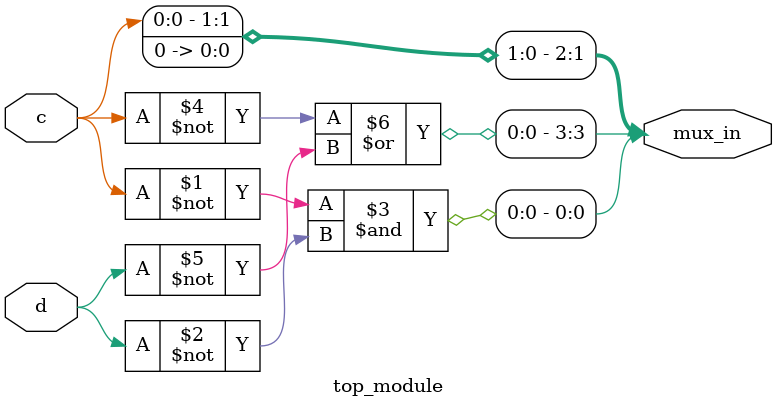
<source format=sv>
module top_module (
    input c,
    input d,
    output [3:0] mux_in
);

    assign mux_in[0] = (~c & ~d); // 00 | 0
    assign mux_in[1] = 0;         // 01 | 0
    assign mux_in[2] = (c);       // 11 | 1
    assign mux_in[3] = (~c | ~d); // 10 | 1

endmodule

</source>
